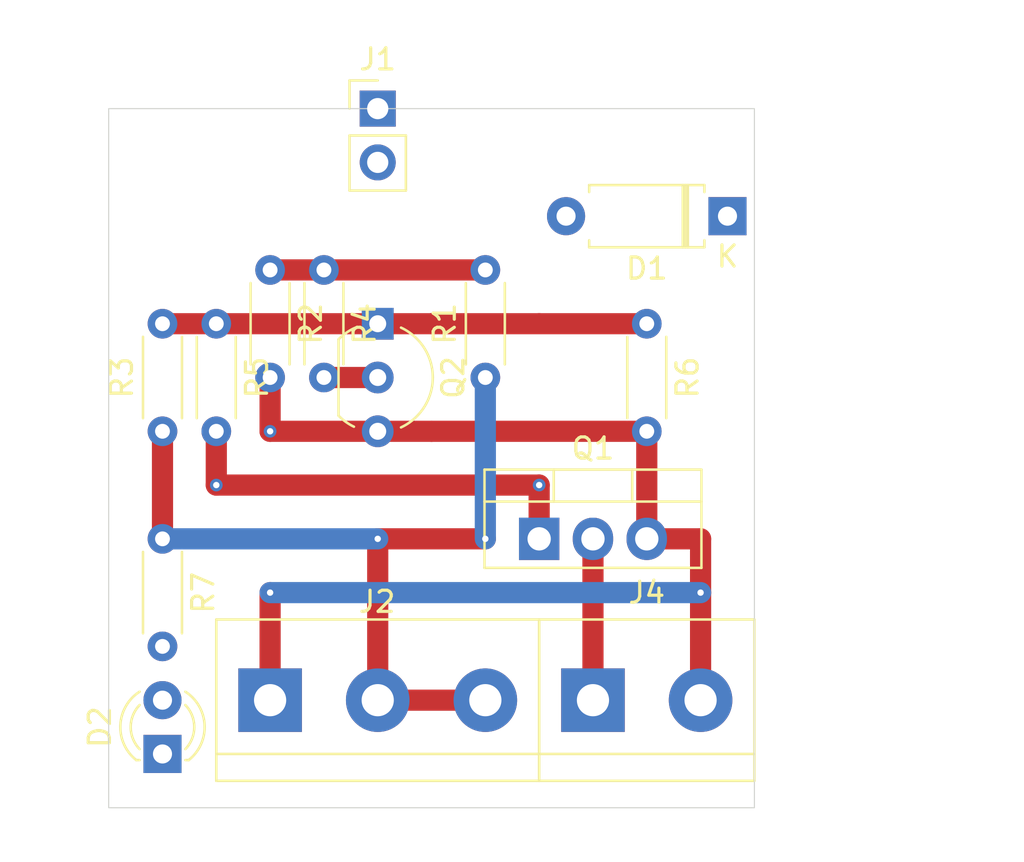
<source format=kicad_pcb>
(kicad_pcb (version 20240108) (generator "pcbnew") (generator_version "8.0")
  (layers (0 "F.Cu" signal) (31 "B.Cu" signal) (34 "B.Paste" user) (35 "F.Paste" user) (36 "B.SilkS" user "B.Silkscreen") (37 "F.SilkS" user "F.Silkscreen") (38 "B.Mask" user) (39 "F.Mask" user) (44 "Edge.Cuts" user))
  (net 0 "")
  (net 1 "HB_ACTIVE")
  (net 2 "GND")
  (net 3 "+24")
  (net 4 "HB-")
  (net 5 "Net-(Q1-G)")
  (net 6 "Net-(Q2-D)")
  (net 7 "Net-(Q2-G)")
  (net 8 "Net-(D1-A)")
  (net 10 "Net-(D2-A)")
  (footprint "Package_TO_SOT_THT:TO-92_Inline_Wide" (layer "F.Cu") (at 228.6 60.96 -90)
    (property "Reference" "Q2" (at 2.54 -3.56 -90) (layer "F.SilkS"))
    (property "Value" "BS170")
    (fp_line (start 0.74 1.85) (end 4.34 1.85) (stroke (width 0.12)) (layer "F.SilkS"))
    (fp_arc (start 0.74 1.85) (mid 0.446097 1.509328) (end 0.215816 1.122795) (stroke (width 0.12)) (layer "F.SilkS"))
    (fp_arc (start 4.864184 1.122795) (mid 4.633903 1.509328) (end 4.34 1.85) (stroke (width 0.12)) (layer "F.SilkS"))
    (fp_arc (start 0.1836 -1.098807) (mid 1.143021 -2.192817) (end 2.54 -2.6) (stroke (width 0.12)) (layer "F.SilkS"))
    (fp_arc (start 2.54 -2.6) (mid 3.936979 -2.192818) (end 4.8964 -1.098807) (stroke (width 0.12)) (layer "F.SilkS"))
    (pad "1" thru_hole rect (at 0 0 270) (size 1.5 1.5) (drill 0.8) (layers "*.Cu" "*.Mask") (net 6 "Net-(Q2-D)"))
    (pad "2" thru_hole circle (at 2.54 0 270) (size 1.5 1.5) (drill 0.8) (layers "*.Cu" "*.Mask") (net 7 "Net-(Q2-G)"))
    (pad "3" thru_hole circle (at 5.08 0 270) (size 1.5 1.5) (drill 0.8) (layers "*.Cu" "*.Mask") (net 2 "GND"))
  )
  (footprint "Diode_THT:D_A-405_P7.62mm_Horizontal" (layer "F.Cu") (at 245.11 55.88 180)
    (property "Reference" "D1" (at 3.81 -2.47 360) (layer "F.SilkS"))
    (property "Value" "D")
    (fp_line (start 6.53 1.47) (end 6.53 1.14) (stroke (width 0.12)) (layer "F.SilkS"))
    (fp_line (start 6.53 -1.47) (end 6.53 -1.14) (stroke (width 0.12)) (layer "F.SilkS"))
    (fp_line (start 2.11 -1.47) (end 2.11 1.47) (stroke (width 0.12)) (layer "F.SilkS"))
    (fp_line (start 1.99 -1.47) (end 1.99 1.47) (stroke (width 0.12)) (layer "F.SilkS"))
    (fp_line (start 1.87 -1.47) (end 1.87 1.47) (stroke (width 0.12)) (layer "F.SilkS"))
    (fp_line (start 1.09 1.47) (end 6.53 1.47) (stroke (width 0.12)) (layer "F.SilkS"))
    (fp_line (start 1.09 1.14) (end 1.09 1.47) (stroke (width 0.12)) (layer "F.SilkS"))
    (fp_line (start 1.09 -1.14) (end 1.09 -1.47) (stroke (width 0.12)) (layer "F.SilkS"))
    (fp_line (start 1.09 -1.47) (end 6.53 -1.47) (stroke (width 0.12)) (layer "F.SilkS"))
    (fp_text user "K" (at 0 -1.9 360) (layer "F.SilkS"))
    (pad "1" thru_hole rect (at 0 0 180) (size 1.8 1.8) (drill 0.9) (layers "*.Cu" "*.Mask") (net 1 "HB_ACTIVE"))
    (pad "2" thru_hole oval (at 7.62 0 180) (size 1.8 1.8) (drill 0.9) (layers "*.Cu" "*.Mask") (net 8 "Net-(D1-A)"))
  )
  (footprint "Resistor_THT:R_Axial_DIN0204_L3.6mm_D1.6mm_P5.08mm_Horizontal" (layer "F.Cu") (at 226.06 58.42 -90)
    (property "Reference" "R4" (at 2.54 -1.92 -90) (layer "F.SilkS"))
    (property "Value" "1k")
    (fp_line (start 0.62 0.92) (end 4.46 0.92) (stroke (width 0.12)) (layer "F.SilkS"))
    (fp_line (start 0.62 -0.92) (end 4.46 -0.92) (stroke (width 0.12)) (layer "F.SilkS"))
    (pad "1" thru_hole circle (at 0 0 270) (size 1.4 1.4) (drill 0.7) (layers "*.Cu" "*.Mask") (net 8 "Net-(D1-A)"))
    (pad "2" thru_hole oval (at 5.08 0 270) (size 1.4 1.4) (drill 0.7) (layers "*.Cu" "*.Mask") (net 7 "Net-(Q2-G)"))
  )
  (footprint "Resistor_THT:R_Axial_DIN0204_L3.6mm_D1.6mm_P5.08mm_Horizontal" (layer "F.Cu") (at 220.98 60.96 -90)
    (property "Reference" "R5" (at 2.54 -1.92 -90) (layer "F.SilkS"))
    (property "Value" "1k")
    (fp_line (start 0.62 0.92) (end 4.46 0.92) (stroke (width 0.12)) (layer "F.SilkS"))
    (fp_line (start 0.62 -0.92) (end 4.46 -0.92) (stroke (width 0.12)) (layer "F.SilkS"))
    (pad "1" thru_hole circle (at 0 0 270) (size 1.4 1.4) (drill 0.7) (layers "*.Cu" "*.Mask") (net 6 "Net-(Q2-D)"))
    (pad "2" thru_hole oval (at 5.08 0 270) (size 1.4 1.4) (drill 0.7) (layers "*.Cu" "*.Mask") (net 5 "Net-(Q1-G)"))
  )
  (footprint "TerminalBlock:TerminalBlock_bornier-3_P5.08mm" (layer "F.Cu") (at 223.52 78.74)
    (property "Reference" "J2" (at 5.05 -4.65 0) (layer "F.SilkS"))
    (property "Value" "Conn_01x03")
    (fp_line (start -2.54 -3.81) (end 12.7 -3.81) (stroke (width 0.12)) (layer "F.SilkS"))
    (fp_line (start -2.54 2.54) (end 12.7 2.54) (stroke (width 0.12)) (layer "F.SilkS"))
    (fp_line (start -2.54 3.81) (end -2.54 -3.81) (stroke (width 0.12)) (layer "F.SilkS"))
    (fp_line (start -2.54 3.81) (end 12.7 3.81) (stroke (width 0.12)) (layer "F.SilkS"))
    (fp_line (start 12.7 3.81) (end 12.7 -3.81) (stroke (width 0.12)) (layer "F.SilkS"))
    (pad "1" thru_hole rect (at 0 0) (size 3 3) (drill 1.52) (layers "*.Cu" "*.Mask") (net 2 "GND"))
    (pad "2" thru_hole circle (at 5.08 0) (size 3 3) (drill 1.52) (layers "*.Cu" "*.Mask") (net 3 "+24"))
    (pad "3" thru_hole circle (at 10.16 0) (size 3 3) (drill 1.52) (layers "*.Cu" "*.Mask") (net 3 "+24"))
  )
  (footprint "TerminalBlock:TerminalBlock_bornier-2_P5.08mm" (layer "F.Cu") (at 238.76 78.74)
    (property "Reference" "J4" (at 2.54 -5.08 0) (layer "F.SilkS"))
    (property "Value" "Conn_01x02")
    (fp_line (start -2.54 -3.81) (end -2.54 3.81) (stroke (width 0.12)) (layer "F.SilkS"))
    (fp_line (start -2.54 3.81) (end 7.62 3.81) (stroke (width 0.12)) (layer "F.SilkS"))
    (fp_line (start 7.62 -3.81) (end -2.54 -3.81) (stroke (width 0.12)) (layer "F.SilkS"))
    (fp_line (start 7.62 2.54) (end -2.54 2.54) (stroke (width 0.12)) (layer "F.SilkS"))
    (fp_line (start 7.62 3.81) (end 7.62 -3.81) (stroke (width 0.12)) (layer "F.SilkS"))
    (pad "1" thru_hole rect (at 0 0) (size 3 3) (drill 1.52) (layers "*.Cu" "*.Mask") (net 4 "HB-"))
    (pad "2" thru_hole circle (at 5.08 0) (size 3 3) (drill 1.52) (layers "*.Cu" "*.Mask") (net 2 "GND"))
  )
  (footprint "Resistor_THT:R_Axial_DIN0204_L3.6mm_D1.6mm_P5.08mm_Horizontal" (layer "F.Cu") (at 223.52 58.42 -90)
    (property "Reference" "R2" (at 2.54 -1.92 -90) (layer "F.SilkS"))
    (property "Value" "7.5k")
    (fp_line (start 0.62 0.92) (end 4.46 0.92) (stroke (width 0.12)) (layer "F.SilkS"))
    (fp_line (start 0.62 -0.92) (end 4.46 -0.92) (stroke (width 0.12)) (layer "F.SilkS"))
    (pad "1" thru_hole circle (at 0 0 270) (size 1.4 1.4) (drill 0.7) (layers "*.Cu" "*.Mask") (net 8 "Net-(D1-A)"))
    (pad "2" thru_hole oval (at 5.08 0 270) (size 1.4 1.4) (drill 0.7) (layers "*.Cu" "*.Mask") (net 2 "GND"))
  )
  (footprint "Resistor_THT:R_Axial_DIN0204_L3.6mm_D1.6mm_P5.08mm_Horizontal" (layer "F.Cu") (at 218.44 71.12 -90)
    (property "Reference" "R7" (at 2.54 -1.92 90) (layer "F.SilkS"))
    (property "Value" "4k")
    (fp_line (start 0.62 0.92) (end 4.46 0.92) (stroke (width 0.12)) (layer "F.SilkS"))
    (fp_line (start 0.62 -0.92) (end 4.46 -0.92) (stroke (width 0.12)) (layer "F.SilkS"))
    (pad "1" thru_hole circle (at 0 0 270) (size 1.4 1.4) (drill 0.7) (layers "*.Cu" "*.Mask") (net 3 "+24"))
    (pad "2" thru_hole oval (at 5.08 0 270) (size 1.4 1.4) (drill 0.7) (layers "*.Cu" "*.Mask") (net 10 "Net-(D2-A)"))
  )
  (footprint "Connector_PinHeader_2.54mm:PinHeader_1x02_P2.54mm_Vertical" (layer "F.Cu") (at 228.6 50.8)
    (property "Reference" "J1" (at 0 -2.33 0) (layer "F.SilkS"))
    (property "Value" "Conn_01x02")
    (fp_line (start -1.33 -1.33) (end 0 -1.33) (stroke (width 0.12)) (layer "F.SilkS"))
    (fp_line (start -1.33 0) (end -1.33 -1.33) (stroke (width 0.12)) (layer "F.SilkS"))
    (fp_line (start -1.33 1.27) (end -1.33 3.87) (stroke (width 0.12)) (layer "F.SilkS"))
    (fp_line (start -1.33 1.27) (end 1.33 1.27) (stroke (width 0.12)) (layer "F.SilkS"))
    (fp_line (start -1.33 3.87) (end 1.33 3.87) (stroke (width 0.12)) (layer "F.SilkS"))
    (fp_line (start 1.33 1.27) (end 1.33 3.87) (stroke (width 0.12)) (layer "F.SilkS"))
    (pad "1" thru_hole rect (at 0 0) (size 1.7 1.7) (drill 1) (layers "*.Cu" "*.Mask") (net 1 "HB_ACTIVE"))
    (pad "2" thru_hole oval (at 0 2.54) (size 1.7 1.7) (drill 1) (layers "*.Cu" "*.Mask"))
  )
  (footprint "Resistor_THT:R_Axial_DIN0204_L3.6mm_D1.6mm_P5.08mm_Horizontal" (layer "F.Cu") (at 233.68 63.5 90)
    (property "Reference" "R1" (at 2.54 -1.92 90) (layer "F.SilkS"))
    (property "Value" "10k")
    (fp_line (start 0.62 -0.92) (end 4.46 -0.92) (stroke (width 0.12)) (layer "F.SilkS"))
    (fp_line (start 0.62 0.92) (end 4.46 0.92) (stroke (width 0.12)) (layer "F.SilkS"))
    (pad "1" thru_hole circle (at 0 0 90) (size 1.4 1.4) (drill 0.7) (layers "*.Cu" "*.Mask") (net 3 "+24"))
    (pad "2" thru_hole oval (at 5.08 0 90) (size 1.4 1.4) (drill 0.7) (layers "*.Cu" "*.Mask") (net 8 "Net-(D1-A)"))
  )
  (footprint "Package_TO_SOT_THT:TO-220-3_Vertical" (layer "F.Cu") (at 236.22 71.12)
    (property "Reference" "Q1" (at 2.54 -4.27 0) (layer "F.SilkS"))
    (property "Value" "IPP060N06N")
    (fp_line (start -2.58 -3.27) (end -2.58 1.371) (stroke (width 0.12)) (layer "F.SilkS"))
    (fp_line (start -2.58 -3.27) (end 7.66 -3.27) (stroke (width 0.12)) (layer "F.SilkS"))
    (fp_line (start -2.58 -1.76) (end 7.66 -1.76) (stroke (width 0.12)) (layer "F.SilkS"))
    (fp_line (start -2.58 1.371) (end 7.66 1.371) (stroke (width 0.12)) (layer "F.SilkS"))
    (fp_line (start 0.69 -3.27) (end 0.69 -1.76) (stroke (width 0.12)) (layer "F.SilkS"))
    (fp_line (start 4.391 -3.27) (end 4.391 -1.76) (stroke (width 0.12)) (layer "F.SilkS"))
    (fp_line (start 7.66 -3.27) (end 7.66 1.371) (stroke (width 0.12)) (layer "F.SilkS"))
    (pad "1" thru_hole rect (at 0 0) (size 1.905 2) (drill 1.1) (layers "*.Cu" "*.Mask") (net 5 "Net-(Q1-G)"))
    (pad "2" thru_hole oval (at 2.54 0) (size 1.905 2) (drill 1.1) (layers "*.Cu" "*.Mask") (net 4 "HB-"))
    (pad "3" thru_hole oval (at 5.08 0) (size 1.905 2) (drill 1.1) (layers "*.Cu" "*.Mask") (net 2 "GND"))
  )
  (footprint "Resistor_THT:R_Axial_DIN0204_L3.6mm_D1.6mm_P5.08mm_Horizontal" (layer "F.Cu") (at 218.44 66.04 90)
    (property "Reference" "R3" (at 2.54 -1.92 90) (layer "F.SilkS"))
    (property "Value" "22k")
    (fp_line (start 0.62 -0.92) (end 4.46 -0.92) (stroke (width 0.12)) (layer "F.SilkS"))
    (fp_line (start 0.62 0.92) (end 4.46 0.92) (stroke (width 0.12)) (layer "F.SilkS"))
    (pad "1" thru_hole circle (at 0 0 90) (size 1.4 1.4) (drill 0.7) (layers "*.Cu" "*.Mask") (net 3 "+24"))
    (pad "2" thru_hole oval (at 5.08 0 90) (size 1.4 1.4) (drill 0.7) (layers "*.Cu" "*.Mask") (net 6 "Net-(Q2-D)"))
  )
  (footprint "Resistor_THT:R_Axial_DIN0204_L3.6mm_D1.6mm_P5.08mm_Horizontal" (layer "F.Cu") (at 241.3 60.96 -90)
    (property "Reference" "R6" (at 2.54 -1.92 -90) (layer "F.SilkS"))
    (property "Value" "22k")
    (fp_line (start 0.62 0.92) (end 4.46 0.92) (stroke (width 0.12)) (layer "F.SilkS"))
    (fp_line (start 0.62 -0.92) (end 4.46 -0.92) (stroke (width 0.12)) (layer "F.SilkS"))
    (pad "1" thru_hole circle (at 0 0 270) (size 1.4 1.4) (drill 0.7) (layers "*.Cu" "*.Mask") (net 6 "Net-(Q2-D)"))
    (pad "2" thru_hole oval (at 5.08 0 270) (size 1.4 1.4) (drill 0.7) (layers "*.Cu" "*.Mask") (net 2 "GND"))
  )
  (footprint "LED_THT:LED_D3.0mm" (layer "F.Cu") (at 218.44 81.28 90)
    (property "Reference" "D2" (at 1.27 -2.96 90) (layer "F.SilkS"))
    (property "Value" "LED")
    (fp_line (start -0.29 -1.236) (end -0.29 -1.08) (stroke (width 0.12)) (layer "F.SilkS"))
    (fp_line (start -0.29 1.08) (end -0.29 1.236) (stroke (width 0.12)) (layer "F.SilkS"))
    (fp_arc (start -0.29 -1.235516) (mid 1.366487 -1.987659) (end 2.942335 -1.078608) (stroke (width 0.12)) (layer "F.SilkS"))
    (fp_arc (start 0.229039 -1.08) (mid 1.270117 -1.5) (end 2.31113 -1.079837) (stroke (width 0.12)) (layer "F.SilkS"))
    (fp_arc (start 2.942335 1.078608) (mid 1.366487 1.987659) (end -0.29 1.235516) (stroke (width 0.12)) (layer "F.SilkS"))
    (fp_arc (start 2.31113 1.079837) (mid 1.270117 1.5) (end 0.229039 1.08) (stroke (width 0.12)) (layer "F.SilkS"))
    (pad "1" thru_hole rect (at 0 0 90) (size 1.8 1.8) (drill 0.9) (layers "*.Cu" "*.Mask") (net 4 "HB-"))
    (pad "2" thru_hole circle (at 2.54 0 90) (size 1.8 1.8) (drill 0.9) (layers "*.Cu" "*.Mask") (net 10 "Net-(D2-A)"))
  )
  (gr_rect (start 215.9 50.8) (end 246.38 83.82) (stroke (width 0.05)) (fill none) (layer "Edge.Cuts"))
  (segment (start 223.52 78.74) (end 223.52 73.66) (width 1) (layer "F.Cu") (net 2))
  (segment (start 223.52 66.04) (end 231.14 66.04) (width 1) (layer "F.Cu") (net 2))
  (segment (start 243.84 73.66) (end 243.84 71.12) (width 1) (layer "F.Cu") (net 2))
  (segment (start 243.84 71.12) (end 241.3 71.12) (width 1) (layer "F.Cu") (net 2))
  (segment (start 241.3 66.04) (end 231.14 66.04) (width 1) (layer "F.Cu") (net 2))
  (segment (start 243.84 78.74) (end 243.84 73.66) (width 1) (layer "F.Cu") (net 2))
  (segment (start 223.52 63.5) (end 223.52 66.04) (width 1) (layer "F.Cu") (net 2))
  (segment (start 241.3 71.12) (end 241.3 66.04) (width 1) (layer "F.Cu") (net 2))
  (via (at 223.52 73.66) (size 0.6) (drill 0.3) (layers "F.Cu" "B.Cu") (net 2))
  (via (at 243.84 73.66) (size 0.6) (drill 0.3) (layers "F.Cu" "B.Cu") (net 2))
  (via (at 223.52 66.04) (size 0.6) (drill 0.3) (layers "F.Cu" "B.Cu") (net 2))
  (segment (start 223.52 73.66) (end 243.84 73.66) (width 1) (layer "B.Cu") (net 2))
  (segment (start 233.68 78.74) (end 228.6 78.74) (width 1) (layer "F.Cu") (net 3))
  (segment (start 218.44 66.04) (end 218.44 71.12) (width 1) (layer "F.Cu") (net 3))
  (segment (start 233.68 71.12) (end 228.6 71.12) (width 1) (layer "F.Cu") (net 3))
  (segment (start 228.6 78.74) (end 228.6 71.12) (width 1) (layer "F.Cu") (net 3))
  (via (at 218.44 71.12) (size 0.6) (drill 0.3) (layers "F.Cu" "B.Cu") (net 3))
  (via (at 228.6 71.12) (size 0.6) (drill 0.3) (layers "F.Cu" "B.Cu") (net 3))
  (via (at 233.68 71.12) (size 0.6) (drill 0.3) (layers "F.Cu" "B.Cu") (net 3))
  (segment (start 233.68 63.5) (end 233.68 71.12) (width 1) (layer "B.Cu") (net 3))
  (segment (start 218.44 71.12) (end 228.6 71.12) (width 1) (layer "B.Cu") (net 3))
  (segment (start 238.76 71.12) (end 238.76 78.74) (width 1) (layer "F.Cu") (net 4))
  (segment (start 236.22 68.58) (end 236.22 71.12) (width 1) (layer "F.Cu") (net 5))
  (segment (start 220.98 68.58) (end 236.22 68.58) (width 1) (layer "F.Cu") (net 5))
  (segment (start 220.98 66.04) (end 220.98 68.58) (width 1) (layer "F.Cu") (net 5))
  (via (at 236.22 68.58) (size 0.6) (drill 0.3) (layers "F.Cu" "B.Cu") (net 5))
  (via (at 220.98 68.58) (size 0.6) (drill 0.3) (layers "F.Cu" "B.Cu") (net 5))
  (segment (start 218.44 60.96) (end 220.98 60.96) (width 1) (layer "F.Cu") (net 6))
  (segment (start 236.22 60.96) (end 241.3 60.96) (width 1) (layer "F.Cu") (net 6))
  (segment (start 231.14 60.96) (end 236.22 60.96) (width 1) (layer "F.Cu") (net 6))
  (segment (start 220.98 60.96) (end 231.14 60.96) (width 1) (layer "F.Cu") (net 6))
  (segment (start 228.6 63.5) (end 226.06 63.5) (width 1) (layer "F.Cu") (net 7))
  (segment (start 226.06 58.42) (end 233.68 58.42) (width 1) (layer "F.Cu") (net 8))
  (segment (start 223.52 58.42) (end 226.06 58.42) (width 1) (layer "F.Cu") (net 8))
)
</source>
